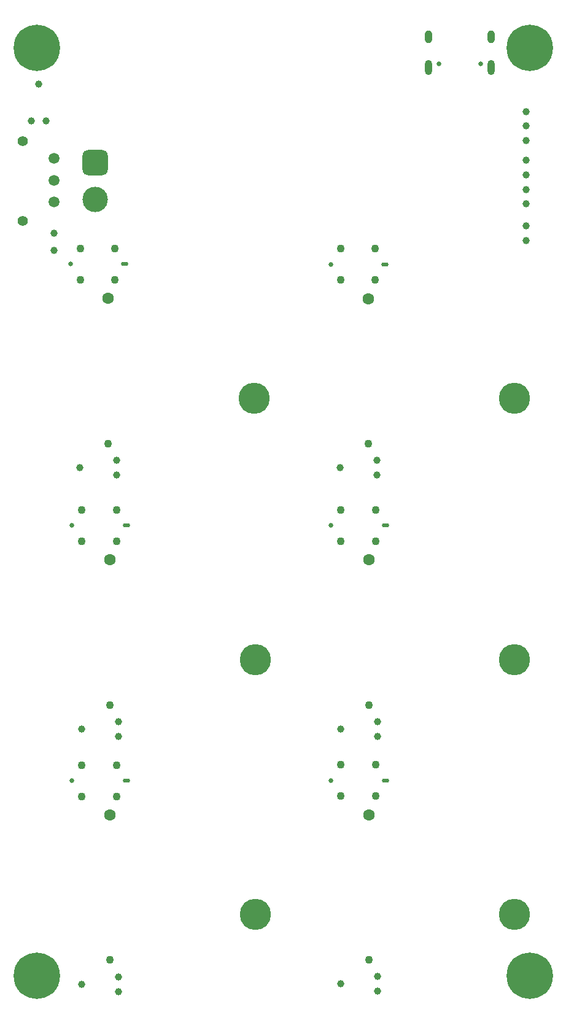
<source format=gbr>
%TF.GenerationSoftware,KiCad,Pcbnew,9.0.0*%
%TF.CreationDate,2025-05-05T23:42:48+04:00*%
%TF.ProjectId,Dumpling_Main,44756d70-6c69-46e6-975f-4d61696e2e6b,rev?*%
%TF.SameCoordinates,Original*%
%TF.FileFunction,Soldermask,Bot*%
%TF.FilePolarity,Negative*%
%FSLAX46Y46*%
G04 Gerber Fmt 4.6, Leading zero omitted, Abs format (unit mm)*
G04 Created by KiCad (PCBNEW 9.0.0) date 2025-05-05 23:42:48*
%MOMM*%
%LPD*%
G01*
G04 APERTURE LIST*
G04 Aperture macros list*
%AMRoundRect*
0 Rectangle with rounded corners*
0 $1 Rounding radius*
0 $2 $3 $4 $5 $6 $7 $8 $9 X,Y pos of 4 corners*
0 Add a 4 corners polygon primitive as box body*
4,1,4,$2,$3,$4,$5,$6,$7,$8,$9,$2,$3,0*
0 Add four circle primitives for the rounded corners*
1,1,$1+$1,$2,$3*
1,1,$1+$1,$4,$5*
1,1,$1+$1,$6,$7*
1,1,$1+$1,$8,$9*
0 Add four rect primitives between the rounded corners*
20,1,$1+$1,$2,$3,$4,$5,0*
20,1,$1+$1,$4,$5,$6,$7,0*
20,1,$1+$1,$6,$7,$8,$9,0*
20,1,$1+$1,$8,$9,$2,$3,0*%
G04 Aperture macros list end*
%ADD10C,4.300025*%
%ADD11C,0.800000*%
%ADD12C,6.400000*%
%ADD13C,1.000000*%
%ADD14C,1.500000*%
%ADD15C,0.990600*%
%ADD16C,0.650000*%
%ADD17O,1.000000X2.100000*%
%ADD18O,1.000000X1.800000*%
%ADD19C,1.400000*%
%ADD20RoundRect,0.770000X0.980000X-0.980000X0.980000X0.980000X-0.980000X0.980000X-0.980000X-0.980000X0*%
%ADD21C,3.500000*%
%ADD22C,1.100000*%
%ADD23C,1.600000*%
%ADD24C,0.660000*%
%ADD25O,1.000000X0.580000*%
G04 APERTURE END LIST*
D10*
%TO.C,U28*%
X126992705Y-96339895D03*
%TD*%
%TO.C,U21*%
X162925000Y-132400000D03*
%TD*%
%TO.C,U30*%
X127200000Y-167600000D03*
%TD*%
%TO.C,U29*%
X162925000Y-167550000D03*
%TD*%
%TO.C,U27*%
X127200000Y-132400000D03*
%TD*%
%TO.C,U31*%
X162878875Y-96350443D03*
%TD*%
D11*
%TO.C,H3*%
X99400000Y-176000000D03*
X98697056Y-177697056D03*
X98697056Y-174302944D03*
X97000000Y-178400000D03*
D12*
X97000000Y-176000000D03*
D11*
X97000000Y-173600000D03*
X95302944Y-177697056D03*
X95302944Y-174302944D03*
X94600000Y-176000000D03*
%TD*%
D13*
%TO.C,TP5*%
X164500000Y-63550000D03*
%TD*%
%TO.C,TP10*%
X164500000Y-58800000D03*
%TD*%
D14*
%TO.C,VIN1*%
X99400000Y-63300000D03*
%TD*%
D13*
%TO.C,TP8*%
X164500000Y-69550000D03*
%TD*%
%TO.C,TP9*%
X164500000Y-56800000D03*
%TD*%
%TO.C,TP6*%
X164500000Y-65550000D03*
%TD*%
%TO.C,TP3*%
X164500000Y-72600000D03*
%TD*%
%TO.C,TP11*%
X164500000Y-60800000D03*
%TD*%
%TO.C,TP7*%
X164500000Y-67550000D03*
%TD*%
%TO.C,TP1*%
X99400000Y-73625000D03*
%TD*%
D14*
%TO.C,VBAT1*%
X99400000Y-69300000D03*
%TD*%
%TO.C,VBUS1*%
X99400000Y-66300000D03*
%TD*%
D13*
%TO.C,TP2*%
X99400000Y-75925000D03*
%TD*%
%TO.C,TP4*%
X164500000Y-74600000D03*
%TD*%
D11*
%TO.C,H1*%
X94600000Y-48000000D03*
X95302944Y-46302944D03*
X95302944Y-49697056D03*
X97000000Y-45600000D03*
D12*
X97000000Y-48000000D03*
D11*
X97000000Y-50400000D03*
X98697056Y-46302944D03*
X98697056Y-49697056D03*
X99400000Y-48000000D03*
%TD*%
%TO.C,H2*%
X162600000Y-176000000D03*
X163302944Y-174302944D03*
X163302944Y-177697056D03*
X165000000Y-173600000D03*
D12*
X165000000Y-176000000D03*
D11*
X165000000Y-178400000D03*
X166697056Y-174302944D03*
X166697056Y-177697056D03*
X167400000Y-176000000D03*
%TD*%
%TO.C,H4*%
X162600000Y-48000000D03*
X163302944Y-46302944D03*
X163302944Y-49697056D03*
X165000000Y-45600000D03*
D12*
X165000000Y-48000000D03*
D11*
X165000000Y-50400000D03*
X166697056Y-46302944D03*
X166697056Y-49697056D03*
X167400000Y-48000000D03*
%TD*%
D15*
%TO.C,J1*%
X97250000Y-53060000D03*
X98266000Y-58140000D03*
X96234000Y-58140000D03*
%TD*%
D16*
%TO.C,J3*%
X158240000Y-50220000D03*
X152460000Y-50220000D03*
D17*
X159670000Y-50740000D03*
D18*
X159670000Y-46540000D03*
D17*
X151030000Y-50740000D03*
D18*
X151030000Y-46540000D03*
%TD*%
D19*
%TO.C,J4*%
X95075000Y-71900000D03*
X95075000Y-60900000D03*
D20*
X105075000Y-63900000D03*
D21*
X105075000Y-68900000D03*
%TD*%
D15*
%TO.C,J6*%
X138865075Y-105941643D03*
X143945075Y-104925643D03*
X143945075Y-106957643D03*
%TD*%
D22*
%TO.C,J7*%
X106851405Y-102606095D03*
D23*
X106851405Y-82606095D03*
%TD*%
D24*
%TO.C,J8*%
X101655500Y-77869500D03*
D25*
X109155500Y-77869500D03*
D22*
X103005500Y-75719500D03*
X103005500Y-80019500D03*
X107805500Y-75719500D03*
X107805500Y-80019500D03*
%TD*%
D15*
%TO.C,J9*%
X102978905Y-105931095D03*
X108058905Y-104915095D03*
X108058905Y-106947095D03*
%TD*%
D22*
%TO.C,J10*%
X142737575Y-102616643D03*
D23*
X142737575Y-82616643D03*
%TD*%
D24*
%TO.C,J11*%
X101879352Y-113927298D03*
D25*
X109379352Y-113927298D03*
D22*
X103229352Y-111777298D03*
X103229352Y-116077298D03*
X108029352Y-111777298D03*
X108029352Y-116077298D03*
%TD*%
D15*
%TO.C,J12*%
X103202757Y-141988893D03*
X108282757Y-140972893D03*
X108282757Y-143004893D03*
%TD*%
D22*
%TO.C,J13*%
X107075257Y-138663893D03*
D23*
X107075257Y-118663893D03*
%TD*%
D24*
%TO.C,J14*%
X137599170Y-113937845D03*
D25*
X145099170Y-113937845D03*
D22*
X138949170Y-111787845D03*
X138949170Y-116087845D03*
X143749170Y-111787845D03*
X143749170Y-116087845D03*
%TD*%
D15*
%TO.C,J15*%
X138922575Y-141999440D03*
X144002575Y-140983440D03*
X144002575Y-143015440D03*
%TD*%
D22*
%TO.C,J16*%
X142795075Y-138674440D03*
D23*
X142795075Y-118674440D03*
%TD*%
D24*
%TO.C,J17*%
X101879352Y-149127298D03*
D25*
X109379352Y-149127298D03*
D22*
X103229352Y-146977298D03*
X103229352Y-151277298D03*
X108029352Y-146977298D03*
X108029352Y-151277298D03*
%TD*%
D15*
%TO.C,J18*%
X103202757Y-177188893D03*
X108282757Y-176172893D03*
X108282757Y-178204893D03*
%TD*%
D22*
%TO.C,J19*%
X107075257Y-173863893D03*
D23*
X107075257Y-153863893D03*
%TD*%
D24*
%TO.C,J20*%
X137599170Y-149084422D03*
D25*
X145099170Y-149084422D03*
D22*
X138949170Y-146934422D03*
X138949170Y-151234422D03*
X143749170Y-146934422D03*
X143749170Y-151234422D03*
%TD*%
D15*
%TO.C,J21*%
X138922575Y-177146017D03*
X144002575Y-176130017D03*
X144002575Y-178162017D03*
%TD*%
D22*
%TO.C,J22*%
X142795075Y-173821017D03*
D23*
X142795075Y-153821017D03*
%TD*%
D24*
%TO.C,J23*%
X137541670Y-77880048D03*
D25*
X145041670Y-77880048D03*
D22*
X138891670Y-75730048D03*
X138891670Y-80030048D03*
X143691670Y-75730048D03*
X143691670Y-80030048D03*
%TD*%
M02*

</source>
